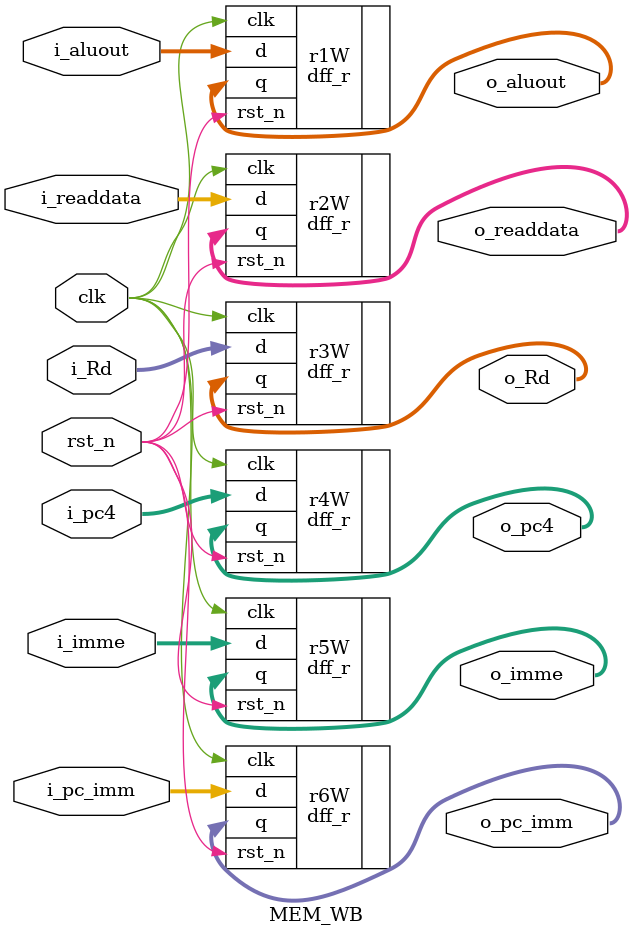
<source format=v>
module MEM_WB(
	input			clk				,
	input			rst_n			,
	input	[31:0]	i_pc4			,
	input	[31:0]	i_imme			,
	input	[31:0]	i_pc_imm		,
	input	[31:0]	i_aluout		,
	input	[31:0]	i_readdata		,
	input	[4:0]	i_Rd			,
	output	[31:0]	o_pc4			,
	output	[31:0]	o_imme			,
	output	[31:0]	o_pc_imm		,	
	output	[31:0]	o_aluout		,
	output	[31:0]	o_readdata		,
	output	[4:0]	o_Rd	
);

dff_r #(32) r1W(
	.clk(clk),
	.rst_n(rst_n),
	.d(i_aluout),
	.q(o_aluout)
);
dff_r #(32) r2W(
	.clk(clk),
	.rst_n(rst_n),
	.d(i_readdata),
	.q(o_readdata)
);
dff_r #(5) r3W(
	.clk(clk),
	.rst_n(rst_n),
	.d(i_Rd),
	.q(o_Rd)
);
dff_r #(32) r4W(
	.clk(clk),
	.rst_n(rst_n),
	.d(i_pc4),
	.q(o_pc4)
);
dff_r #(32) r5W(
	.clk(clk),
	.rst_n(rst_n),
	.d(i_imme),
	.q(o_imme)
);

dff_r #(32) r6W(
	.clk(clk),
	.rst_n(rst_n),
	.d(i_pc_imm),
	.q(o_pc_imm)
);

endmodule

</source>
